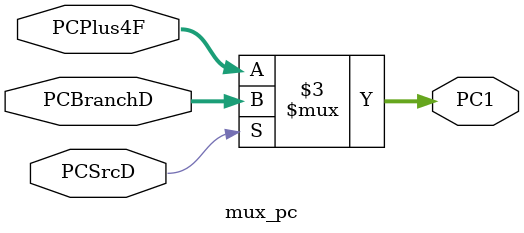
<source format=v>
`timescale 1ns / 1ps
module mux_pc(
	input wire [8:0]PCPlus4F,
	input wire [8:0]PCBranchD,
	input wire PCSrcD,
	output reg [8:0] PC1
    );

always @(*)
begin
      if(PCSrcD)
			PC1 <= PCBranchD;
      else
         PC1 <= PCPlus4F;
end
endmodule

</source>
